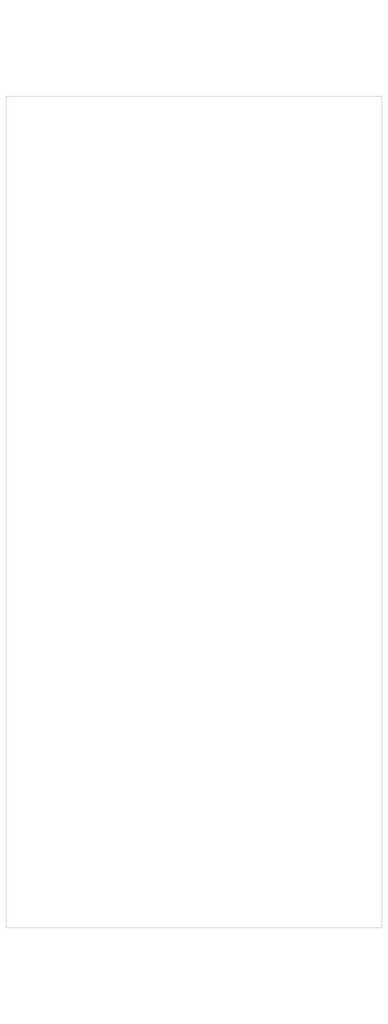
<source format=kicad_pcb>
(kicad_pcb (version 20211014) (generator pcbnew)

  (general
    (thickness 1.6)
  )

  (paper "A4")
  (layers
    (0 "F.Cu" signal)
    (31 "B.Cu" signal)
    (32 "B.Adhes" user "B.Adhesive")
    (33 "F.Adhes" user "F.Adhesive")
    (34 "B.Paste" user)
    (35 "F.Paste" user)
    (36 "B.SilkS" user "B.Silkscreen")
    (37 "F.SilkS" user "F.Silkscreen")
    (38 "B.Mask" user)
    (39 "F.Mask" user)
    (40 "Dwgs.User" user "User.Drawings")
    (41 "Cmts.User" user "User.Comments")
    (42 "Eco1.User" user "User.Eco1")
    (43 "Eco2.User" user "User.Eco2")
    (44 "Edge.Cuts" user)
    (45 "Margin" user)
    (46 "B.CrtYd" user "B.Courtyard")
    (47 "F.CrtYd" user "F.Courtyard")
    (48 "B.Fab" user)
    (49 "F.Fab" user)
    (50 "User.1" user)
    (51 "User.2" user)
    (52 "User.3" user)
    (53 "User.4" user)
    (54 "User.5" user)
    (55 "User.6" user)
    (56 "User.7" user)
    (57 "User.8" user)
    (58 "User.9" user)
  )

  (setup
    (pad_to_mask_clearance 0)
    (pcbplotparams
      (layerselection 0x00010fc_ffffffff)
      (disableapertmacros false)
      (usegerberextensions false)
      (usegerberattributes true)
      (usegerberadvancedattributes true)
      (creategerberjobfile true)
      (svguseinch false)
      (svgprecision 6)
      (excludeedgelayer true)
      (plotframeref false)
      (viasonmask false)
      (mode 1)
      (useauxorigin false)
      (hpglpennumber 1)
      (hpglpenspeed 20)
      (hpglpendiameter 15.000000)
      (dxfpolygonmode true)
      (dxfimperialunits true)
      (dxfusepcbnewfont true)
      (psnegative false)
      (psa4output false)
      (plotreference true)
      (plotvalue true)
      (plotinvisibletext false)
      (sketchpadsonfab false)
      (subtractmaskfromsilk false)
      (outputformat 1)
      (mirror false)
      (drillshape 1)
      (scaleselection 1)
      (outputdirectory "")
    )
  )

  (net 0 "")

  (gr_line (start 0.75 12.5) (end 0.75 120.85) (layer "Edge.Cuts") (width 0.1) (tstamp 1a09a7cb-78f5-4989-9bdf-8b4c4a8beb1d))
  (gr_line (start 49.75 120.85) (end 49.75 12.5) (layer "Edge.Cuts") (width 0.1) (tstamp 2aef071e-f380-49c0-b1ba-860b2a4bd684))
  (gr_line (start 0.75 120.85) (end 49.75 120.85) (layer "Edge.Cuts") (width 0.1) (tstamp 347e4106-0ad8-4579-9925-c65107fafee2))
  (gr_line (start 0.75 12.5) (end 49.75 12.5) (layer "Edge.Cuts") (width 0.1) (tstamp c8cb28f7-4e0d-49a3-8b9b-fcff4adac1d4))
  (gr_line (start 50.5 0) (end 50.5 133.35) (layer "User.1") (width 0.1) (tstamp 14be568d-2e52-4aed-b81b-dddc75cbdd07))
  (gr_line (start 0 133.35) (end 0 0) (layer "User.1") (width 0.1) (tstamp 159574a9-ecec-48bb-adb0-3dc9e65d4e79))
  (gr_line (start 0 0) (end 50.5 0) (layer "User.1") (width 0.1) (tstamp 7a879184-fad8-4feb-afb5-86fe8d34f1f7))
  (gr_line (start 50.5 133.35) (end 0 133.35) (layer "User.1") (width 0.1) (tstamp bc3f6e1f-c81e-4889-865a-0e223a5a22e2))

)

</source>
